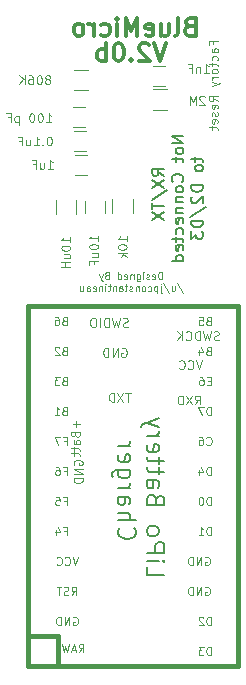
<source format=gbr>
G04 #@! TF.FileFunction,Legend,Bot*
%FSLAX46Y46*%
G04 Gerber Fmt 4.6, Leading zero omitted, Abs format (unit mm)*
G04 Created by KiCad (PCBNEW 4.0.7) date 07/20/18 22:40:28*
%MOMM*%
%LPD*%
G01*
G04 APERTURE LIST*
%ADD10C,0.100000*%
%ADD11C,0.150000*%
%ADD12C,0.300000*%
%ADD13C,0.381000*%
%ADD14C,0.120000*%
G04 APERTURE END LIST*
D10*
D11*
X110376429Y-144985571D02*
X110376429Y-145699857D01*
X111876429Y-145699857D01*
X110376429Y-144485571D02*
X111376429Y-144485571D01*
X111876429Y-144485571D02*
X111805000Y-144557000D01*
X111733571Y-144485571D01*
X111805000Y-144414143D01*
X111876429Y-144485571D01*
X111733571Y-144485571D01*
X110376429Y-143771285D02*
X111876429Y-143771285D01*
X111876429Y-143199857D01*
X111805000Y-143056999D01*
X111733571Y-142985571D01*
X111590714Y-142914142D01*
X111376429Y-142914142D01*
X111233571Y-142985571D01*
X111162143Y-143056999D01*
X111090714Y-143199857D01*
X111090714Y-143771285D01*
X110376429Y-142056999D02*
X110447857Y-142199857D01*
X110519286Y-142271285D01*
X110662143Y-142342714D01*
X111090714Y-142342714D01*
X111233571Y-142271285D01*
X111305000Y-142199857D01*
X111376429Y-142056999D01*
X111376429Y-141842714D01*
X111305000Y-141699857D01*
X111233571Y-141628428D01*
X111090714Y-141556999D01*
X110662143Y-141556999D01*
X110519286Y-141628428D01*
X110447857Y-141699857D01*
X110376429Y-141842714D01*
X110376429Y-142056999D01*
X111162143Y-139271285D02*
X111090714Y-139056999D01*
X111019286Y-138985571D01*
X110876429Y-138914142D01*
X110662143Y-138914142D01*
X110519286Y-138985571D01*
X110447857Y-139056999D01*
X110376429Y-139199857D01*
X110376429Y-139771285D01*
X111876429Y-139771285D01*
X111876429Y-139271285D01*
X111805000Y-139128428D01*
X111733571Y-139056999D01*
X111590714Y-138985571D01*
X111447857Y-138985571D01*
X111305000Y-139056999D01*
X111233571Y-139128428D01*
X111162143Y-139271285D01*
X111162143Y-139771285D01*
X110376429Y-137628428D02*
X111162143Y-137628428D01*
X111305000Y-137699857D01*
X111376429Y-137842714D01*
X111376429Y-138128428D01*
X111305000Y-138271285D01*
X110447857Y-137628428D02*
X110376429Y-137771285D01*
X110376429Y-138128428D01*
X110447857Y-138271285D01*
X110590714Y-138342714D01*
X110733571Y-138342714D01*
X110876429Y-138271285D01*
X110947857Y-138128428D01*
X110947857Y-137771285D01*
X111019286Y-137628428D01*
X111376429Y-137128428D02*
X111376429Y-136556999D01*
X111876429Y-136914142D02*
X110590714Y-136914142D01*
X110447857Y-136842714D01*
X110376429Y-136699856D01*
X110376429Y-136556999D01*
X111376429Y-136271285D02*
X111376429Y-135699856D01*
X111876429Y-136056999D02*
X110590714Y-136056999D01*
X110447857Y-135985571D01*
X110376429Y-135842713D01*
X110376429Y-135699856D01*
X110447857Y-134628428D02*
X110376429Y-134771285D01*
X110376429Y-135056999D01*
X110447857Y-135199856D01*
X110590714Y-135271285D01*
X111162143Y-135271285D01*
X111305000Y-135199856D01*
X111376429Y-135056999D01*
X111376429Y-134771285D01*
X111305000Y-134628428D01*
X111162143Y-134556999D01*
X111019286Y-134556999D01*
X110876429Y-135271285D01*
X110376429Y-133914142D02*
X111376429Y-133914142D01*
X111090714Y-133914142D02*
X111233571Y-133842714D01*
X111305000Y-133771285D01*
X111376429Y-133628428D01*
X111376429Y-133485571D01*
X111376429Y-133128428D02*
X110376429Y-132771285D01*
X111376429Y-132414143D02*
X110376429Y-132771285D01*
X110019286Y-132914143D01*
X109947857Y-132985571D01*
X109876429Y-133128428D01*
X108119286Y-141699856D02*
X108047857Y-141771285D01*
X107976429Y-141985571D01*
X107976429Y-142128428D01*
X108047857Y-142342713D01*
X108190714Y-142485571D01*
X108333571Y-142556999D01*
X108619286Y-142628428D01*
X108833571Y-142628428D01*
X109119286Y-142556999D01*
X109262143Y-142485571D01*
X109405000Y-142342713D01*
X109476429Y-142128428D01*
X109476429Y-141985571D01*
X109405000Y-141771285D01*
X109333571Y-141699856D01*
X107976429Y-141056999D02*
X109476429Y-141056999D01*
X107976429Y-140414142D02*
X108762143Y-140414142D01*
X108905000Y-140485571D01*
X108976429Y-140628428D01*
X108976429Y-140842713D01*
X108905000Y-140985571D01*
X108833571Y-141056999D01*
X107976429Y-139056999D02*
X108762143Y-139056999D01*
X108905000Y-139128428D01*
X108976429Y-139271285D01*
X108976429Y-139556999D01*
X108905000Y-139699856D01*
X108047857Y-139056999D02*
X107976429Y-139199856D01*
X107976429Y-139556999D01*
X108047857Y-139699856D01*
X108190714Y-139771285D01*
X108333571Y-139771285D01*
X108476429Y-139699856D01*
X108547857Y-139556999D01*
X108547857Y-139199856D01*
X108619286Y-139056999D01*
X107976429Y-138342713D02*
X108976429Y-138342713D01*
X108690714Y-138342713D02*
X108833571Y-138271285D01*
X108905000Y-138199856D01*
X108976429Y-138056999D01*
X108976429Y-137914142D01*
X108976429Y-136771285D02*
X107762143Y-136771285D01*
X107619286Y-136842714D01*
X107547857Y-136914142D01*
X107476429Y-137056999D01*
X107476429Y-137271285D01*
X107547857Y-137414142D01*
X108047857Y-136771285D02*
X107976429Y-136914142D01*
X107976429Y-137199856D01*
X108047857Y-137342714D01*
X108119286Y-137414142D01*
X108262143Y-137485571D01*
X108690714Y-137485571D01*
X108833571Y-137414142D01*
X108905000Y-137342714D01*
X108976429Y-137199856D01*
X108976429Y-136914142D01*
X108905000Y-136771285D01*
X108047857Y-135485571D02*
X107976429Y-135628428D01*
X107976429Y-135914142D01*
X108047857Y-136056999D01*
X108190714Y-136128428D01*
X108762143Y-136128428D01*
X108905000Y-136056999D01*
X108976429Y-135914142D01*
X108976429Y-135628428D01*
X108905000Y-135485571D01*
X108762143Y-135414142D01*
X108619286Y-135414142D01*
X108476429Y-136128428D01*
X107976429Y-134771285D02*
X108976429Y-134771285D01*
X108690714Y-134771285D02*
X108833571Y-134699857D01*
X108905000Y-134628428D01*
X108976429Y-134485571D01*
X108976429Y-134342714D01*
D10*
X111688571Y-120621429D02*
X111688571Y-120021429D01*
X111545714Y-120021429D01*
X111459999Y-120050000D01*
X111402857Y-120107143D01*
X111374285Y-120164286D01*
X111345714Y-120278571D01*
X111345714Y-120364286D01*
X111374285Y-120478571D01*
X111402857Y-120535714D01*
X111459999Y-120592857D01*
X111545714Y-120621429D01*
X111688571Y-120621429D01*
X110859999Y-120592857D02*
X110917142Y-120621429D01*
X111031428Y-120621429D01*
X111088571Y-120592857D01*
X111117142Y-120535714D01*
X111117142Y-120307143D01*
X111088571Y-120250000D01*
X111031428Y-120221429D01*
X110917142Y-120221429D01*
X110859999Y-120250000D01*
X110831428Y-120307143D01*
X110831428Y-120364286D01*
X111117142Y-120421429D01*
X110602856Y-120592857D02*
X110545713Y-120621429D01*
X110431428Y-120621429D01*
X110374285Y-120592857D01*
X110345713Y-120535714D01*
X110345713Y-120507143D01*
X110374285Y-120450000D01*
X110431428Y-120421429D01*
X110517142Y-120421429D01*
X110574285Y-120392857D01*
X110602856Y-120335714D01*
X110602856Y-120307143D01*
X110574285Y-120250000D01*
X110517142Y-120221429D01*
X110431428Y-120221429D01*
X110374285Y-120250000D01*
X110088571Y-120621429D02*
X110088571Y-120221429D01*
X110088571Y-120021429D02*
X110117142Y-120050000D01*
X110088571Y-120078571D01*
X110059999Y-120050000D01*
X110088571Y-120021429D01*
X110088571Y-120078571D01*
X109545714Y-120221429D02*
X109545714Y-120707143D01*
X109574285Y-120764286D01*
X109602857Y-120792857D01*
X109660000Y-120821429D01*
X109745714Y-120821429D01*
X109802857Y-120792857D01*
X109545714Y-120592857D02*
X109602857Y-120621429D01*
X109717143Y-120621429D01*
X109774285Y-120592857D01*
X109802857Y-120564286D01*
X109831428Y-120507143D01*
X109831428Y-120335714D01*
X109802857Y-120278571D01*
X109774285Y-120250000D01*
X109717143Y-120221429D01*
X109602857Y-120221429D01*
X109545714Y-120250000D01*
X109260000Y-120221429D02*
X109260000Y-120621429D01*
X109260000Y-120278571D02*
X109231428Y-120250000D01*
X109174286Y-120221429D01*
X109088571Y-120221429D01*
X109031428Y-120250000D01*
X109002857Y-120307143D01*
X109002857Y-120621429D01*
X108488571Y-120592857D02*
X108545714Y-120621429D01*
X108660000Y-120621429D01*
X108717143Y-120592857D01*
X108745714Y-120535714D01*
X108745714Y-120307143D01*
X108717143Y-120250000D01*
X108660000Y-120221429D01*
X108545714Y-120221429D01*
X108488571Y-120250000D01*
X108460000Y-120307143D01*
X108460000Y-120364286D01*
X108745714Y-120421429D01*
X107945714Y-120621429D02*
X107945714Y-120021429D01*
X107945714Y-120592857D02*
X108002857Y-120621429D01*
X108117143Y-120621429D01*
X108174285Y-120592857D01*
X108202857Y-120564286D01*
X108231428Y-120507143D01*
X108231428Y-120335714D01*
X108202857Y-120278571D01*
X108174285Y-120250000D01*
X108117143Y-120221429D01*
X108002857Y-120221429D01*
X107945714Y-120250000D01*
X107002857Y-120307143D02*
X106917143Y-120335714D01*
X106888571Y-120364286D01*
X106860000Y-120421429D01*
X106860000Y-120507143D01*
X106888571Y-120564286D01*
X106917143Y-120592857D01*
X106974285Y-120621429D01*
X107202857Y-120621429D01*
X107202857Y-120021429D01*
X107002857Y-120021429D01*
X106945714Y-120050000D01*
X106917143Y-120078571D01*
X106888571Y-120135714D01*
X106888571Y-120192857D01*
X106917143Y-120250000D01*
X106945714Y-120278571D01*
X107002857Y-120307143D01*
X107202857Y-120307143D01*
X106660000Y-120221429D02*
X106517143Y-120621429D01*
X106374285Y-120221429D02*
X106517143Y-120621429D01*
X106574285Y-120764286D01*
X106602857Y-120792857D01*
X106660000Y-120821429D01*
X112945712Y-120992857D02*
X113459998Y-121764286D01*
X112488570Y-121221429D02*
X112488570Y-121621429D01*
X112745713Y-121221429D02*
X112745713Y-121535714D01*
X112717141Y-121592857D01*
X112659999Y-121621429D01*
X112574284Y-121621429D01*
X112517141Y-121592857D01*
X112488570Y-121564286D01*
X111774284Y-120992857D02*
X112288570Y-121764286D01*
X111574285Y-121221429D02*
X111574285Y-121735714D01*
X111602856Y-121792857D01*
X111659999Y-121821429D01*
X111688571Y-121821429D01*
X111574285Y-121021429D02*
X111602856Y-121050000D01*
X111574285Y-121078571D01*
X111545713Y-121050000D01*
X111574285Y-121021429D01*
X111574285Y-121078571D01*
X111288571Y-121221429D02*
X111288571Y-121821429D01*
X111288571Y-121250000D02*
X111231428Y-121221429D01*
X111117142Y-121221429D01*
X111059999Y-121250000D01*
X111031428Y-121278571D01*
X111002857Y-121335714D01*
X111002857Y-121507143D01*
X111031428Y-121564286D01*
X111059999Y-121592857D01*
X111117142Y-121621429D01*
X111231428Y-121621429D01*
X111288571Y-121592857D01*
X110488571Y-121592857D02*
X110545714Y-121621429D01*
X110660000Y-121621429D01*
X110717142Y-121592857D01*
X110745714Y-121564286D01*
X110774285Y-121507143D01*
X110774285Y-121335714D01*
X110745714Y-121278571D01*
X110717142Y-121250000D01*
X110660000Y-121221429D01*
X110545714Y-121221429D01*
X110488571Y-121250000D01*
X110145714Y-121621429D02*
X110202856Y-121592857D01*
X110231428Y-121564286D01*
X110259999Y-121507143D01*
X110259999Y-121335714D01*
X110231428Y-121278571D01*
X110202856Y-121250000D01*
X110145714Y-121221429D01*
X110059999Y-121221429D01*
X110002856Y-121250000D01*
X109974285Y-121278571D01*
X109945714Y-121335714D01*
X109945714Y-121507143D01*
X109974285Y-121564286D01*
X110002856Y-121592857D01*
X110059999Y-121621429D01*
X110145714Y-121621429D01*
X109688571Y-121221429D02*
X109688571Y-121621429D01*
X109688571Y-121278571D02*
X109659999Y-121250000D01*
X109602857Y-121221429D01*
X109517142Y-121221429D01*
X109459999Y-121250000D01*
X109431428Y-121307143D01*
X109431428Y-121621429D01*
X109174285Y-121592857D02*
X109117142Y-121621429D01*
X109002857Y-121621429D01*
X108945714Y-121592857D01*
X108917142Y-121535714D01*
X108917142Y-121507143D01*
X108945714Y-121450000D01*
X109002857Y-121421429D01*
X109088571Y-121421429D01*
X109145714Y-121392857D01*
X109174285Y-121335714D01*
X109174285Y-121307143D01*
X109145714Y-121250000D01*
X109088571Y-121221429D01*
X109002857Y-121221429D01*
X108945714Y-121250000D01*
X108745714Y-121221429D02*
X108517143Y-121221429D01*
X108660000Y-121021429D02*
X108660000Y-121535714D01*
X108631428Y-121592857D01*
X108574286Y-121621429D01*
X108517143Y-121621429D01*
X108060000Y-121621429D02*
X108060000Y-121307143D01*
X108088571Y-121250000D01*
X108145714Y-121221429D01*
X108260000Y-121221429D01*
X108317143Y-121250000D01*
X108060000Y-121592857D02*
X108117143Y-121621429D01*
X108260000Y-121621429D01*
X108317143Y-121592857D01*
X108345714Y-121535714D01*
X108345714Y-121478571D01*
X108317143Y-121421429D01*
X108260000Y-121392857D01*
X108117143Y-121392857D01*
X108060000Y-121364286D01*
X107774286Y-121221429D02*
X107774286Y-121621429D01*
X107774286Y-121278571D02*
X107745714Y-121250000D01*
X107688572Y-121221429D01*
X107602857Y-121221429D01*
X107545714Y-121250000D01*
X107517143Y-121307143D01*
X107517143Y-121621429D01*
X107317143Y-121221429D02*
X107088572Y-121221429D01*
X107231429Y-121021429D02*
X107231429Y-121535714D01*
X107202857Y-121592857D01*
X107145715Y-121621429D01*
X107088572Y-121621429D01*
X106888572Y-121621429D02*
X106888572Y-121221429D01*
X106888572Y-121021429D02*
X106917143Y-121050000D01*
X106888572Y-121078571D01*
X106860000Y-121050000D01*
X106888572Y-121021429D01*
X106888572Y-121078571D01*
X106602858Y-121221429D02*
X106602858Y-121621429D01*
X106602858Y-121278571D02*
X106574286Y-121250000D01*
X106517144Y-121221429D01*
X106431429Y-121221429D01*
X106374286Y-121250000D01*
X106345715Y-121307143D01*
X106345715Y-121621429D01*
X105831429Y-121592857D02*
X105888572Y-121621429D01*
X106002858Y-121621429D01*
X106060001Y-121592857D01*
X106088572Y-121535714D01*
X106088572Y-121307143D01*
X106060001Y-121250000D01*
X106002858Y-121221429D01*
X105888572Y-121221429D01*
X105831429Y-121250000D01*
X105802858Y-121307143D01*
X105802858Y-121364286D01*
X106088572Y-121421429D01*
X105288572Y-121621429D02*
X105288572Y-121307143D01*
X105317143Y-121250000D01*
X105374286Y-121221429D01*
X105488572Y-121221429D01*
X105545715Y-121250000D01*
X105288572Y-121592857D02*
X105345715Y-121621429D01*
X105488572Y-121621429D01*
X105545715Y-121592857D01*
X105574286Y-121535714D01*
X105574286Y-121478571D01*
X105545715Y-121421429D01*
X105488572Y-121392857D01*
X105345715Y-121392857D01*
X105288572Y-121364286D01*
X104745715Y-121221429D02*
X104745715Y-121621429D01*
X105002858Y-121221429D02*
X105002858Y-121535714D01*
X104974286Y-121592857D01*
X104917144Y-121621429D01*
X104831429Y-121621429D01*
X104774286Y-121592857D01*
X104745715Y-121564286D01*
X108777286Y-124636571D02*
X108670143Y-124672286D01*
X108491572Y-124672286D01*
X108420143Y-124636571D01*
X108384429Y-124600857D01*
X108348714Y-124529429D01*
X108348714Y-124458000D01*
X108384429Y-124386571D01*
X108420143Y-124350857D01*
X108491572Y-124315143D01*
X108634429Y-124279429D01*
X108705857Y-124243714D01*
X108741572Y-124208000D01*
X108777286Y-124136571D01*
X108777286Y-124065143D01*
X108741572Y-123993714D01*
X108705857Y-123958000D01*
X108634429Y-123922286D01*
X108455857Y-123922286D01*
X108348714Y-123958000D01*
X108098714Y-123922286D02*
X107920143Y-124672286D01*
X107777286Y-124136571D01*
X107634428Y-124672286D01*
X107455857Y-123922286D01*
X107170143Y-124672286D02*
X107170143Y-123922286D01*
X106991571Y-123922286D01*
X106884428Y-123958000D01*
X106813000Y-124029429D01*
X106777285Y-124100857D01*
X106741571Y-124243714D01*
X106741571Y-124350857D01*
X106777285Y-124493714D01*
X106813000Y-124565143D01*
X106884428Y-124636571D01*
X106991571Y-124672286D01*
X107170143Y-124672286D01*
X106420143Y-124672286D02*
X106420143Y-123922286D01*
X105920142Y-123922286D02*
X105777285Y-123922286D01*
X105705857Y-123958000D01*
X105634428Y-124029429D01*
X105598714Y-124172286D01*
X105598714Y-124422286D01*
X105634428Y-124565143D01*
X105705857Y-124636571D01*
X105777285Y-124672286D01*
X105920142Y-124672286D01*
X105991571Y-124636571D01*
X106063000Y-124565143D01*
X106098714Y-124422286D01*
X106098714Y-124172286D01*
X106063000Y-124029429D01*
X105991571Y-123958000D01*
X105920142Y-123922286D01*
X108267428Y-126498000D02*
X108338857Y-126462286D01*
X108446000Y-126462286D01*
X108553143Y-126498000D01*
X108624571Y-126569429D01*
X108660286Y-126640857D01*
X108696000Y-126783714D01*
X108696000Y-126890857D01*
X108660286Y-127033714D01*
X108624571Y-127105143D01*
X108553143Y-127176571D01*
X108446000Y-127212286D01*
X108374571Y-127212286D01*
X108267428Y-127176571D01*
X108231714Y-127140857D01*
X108231714Y-126890857D01*
X108374571Y-126890857D01*
X107910286Y-127212286D02*
X107910286Y-126462286D01*
X107481714Y-127212286D01*
X107481714Y-126462286D01*
X107124572Y-127212286D02*
X107124572Y-126462286D01*
X106946000Y-126462286D01*
X106838857Y-126498000D01*
X106767429Y-126569429D01*
X106731714Y-126640857D01*
X106696000Y-126783714D01*
X106696000Y-126890857D01*
X106731714Y-127033714D01*
X106767429Y-127105143D01*
X106838857Y-127176571D01*
X106946000Y-127212286D01*
X107124572Y-127212286D01*
X109006428Y-130249286D02*
X108577857Y-130249286D01*
X108792143Y-130999286D02*
X108792143Y-130249286D01*
X108399285Y-130249286D02*
X107899285Y-130999286D01*
X107899285Y-130249286D02*
X108399285Y-130999286D01*
X107613571Y-130999286D02*
X107613571Y-130249286D01*
X107434999Y-130249286D01*
X107327856Y-130285000D01*
X107256428Y-130356429D01*
X107220713Y-130427857D01*
X107184999Y-130570714D01*
X107184999Y-130677857D01*
X107220713Y-130820714D01*
X107256428Y-130892143D01*
X107327856Y-130963571D01*
X107434999Y-130999286D01*
X107613571Y-130999286D01*
X114460000Y-131229286D02*
X114710000Y-130872143D01*
X114888572Y-131229286D02*
X114888572Y-130479286D01*
X114602857Y-130479286D01*
X114531429Y-130515000D01*
X114495714Y-130550714D01*
X114460000Y-130622143D01*
X114460000Y-130729286D01*
X114495714Y-130800714D01*
X114531429Y-130836429D01*
X114602857Y-130872143D01*
X114888572Y-130872143D01*
X114210000Y-130479286D02*
X113710000Y-131229286D01*
X113710000Y-130479286D02*
X114210000Y-131229286D01*
X113424286Y-131229286D02*
X113424286Y-130479286D01*
X113245714Y-130479286D01*
X113138571Y-130515000D01*
X113067143Y-130586429D01*
X113031428Y-130657857D01*
X112995714Y-130800714D01*
X112995714Y-130907857D01*
X113031428Y-131050714D01*
X113067143Y-131122143D01*
X113138571Y-131193571D01*
X113245714Y-131229286D01*
X113424286Y-131229286D01*
X115049999Y-127479286D02*
X114799999Y-128229286D01*
X114549999Y-127479286D01*
X113871428Y-128157857D02*
X113907142Y-128193571D01*
X114014285Y-128229286D01*
X114085714Y-128229286D01*
X114192857Y-128193571D01*
X114264285Y-128122143D01*
X114300000Y-128050714D01*
X114335714Y-127907857D01*
X114335714Y-127800714D01*
X114300000Y-127657857D01*
X114264285Y-127586429D01*
X114192857Y-127515000D01*
X114085714Y-127479286D01*
X114014285Y-127479286D01*
X113907142Y-127515000D01*
X113871428Y-127550714D01*
X113121428Y-128157857D02*
X113157142Y-128193571D01*
X113264285Y-128229286D01*
X113335714Y-128229286D01*
X113442857Y-128193571D01*
X113514285Y-128122143D01*
X113550000Y-128050714D01*
X113585714Y-127907857D01*
X113585714Y-127800714D01*
X113550000Y-127657857D01*
X113514285Y-127586429D01*
X113442857Y-127515000D01*
X113335714Y-127479286D01*
X113264285Y-127479286D01*
X113157142Y-127515000D01*
X113121428Y-127550714D01*
X116487857Y-125743571D02*
X116380714Y-125779286D01*
X116202143Y-125779286D01*
X116130714Y-125743571D01*
X116095000Y-125707857D01*
X116059285Y-125636429D01*
X116059285Y-125565000D01*
X116095000Y-125493571D01*
X116130714Y-125457857D01*
X116202143Y-125422143D01*
X116345000Y-125386429D01*
X116416428Y-125350714D01*
X116452143Y-125315000D01*
X116487857Y-125243571D01*
X116487857Y-125172143D01*
X116452143Y-125100714D01*
X116416428Y-125065000D01*
X116345000Y-125029286D01*
X116166428Y-125029286D01*
X116059285Y-125065000D01*
X115809285Y-125029286D02*
X115630714Y-125779286D01*
X115487857Y-125243571D01*
X115344999Y-125779286D01*
X115166428Y-125029286D01*
X114880714Y-125779286D02*
X114880714Y-125029286D01*
X114702142Y-125029286D01*
X114594999Y-125065000D01*
X114523571Y-125136429D01*
X114487856Y-125207857D01*
X114452142Y-125350714D01*
X114452142Y-125457857D01*
X114487856Y-125600714D01*
X114523571Y-125672143D01*
X114594999Y-125743571D01*
X114702142Y-125779286D01*
X114880714Y-125779286D01*
X113702142Y-125707857D02*
X113737856Y-125743571D01*
X113844999Y-125779286D01*
X113916428Y-125779286D01*
X114023571Y-125743571D01*
X114094999Y-125672143D01*
X114130714Y-125600714D01*
X114166428Y-125457857D01*
X114166428Y-125350714D01*
X114130714Y-125207857D01*
X114094999Y-125136429D01*
X114023571Y-125065000D01*
X113916428Y-125029286D01*
X113844999Y-125029286D01*
X113737856Y-125065000D01*
X113702142Y-125100714D01*
X113380714Y-125779286D02*
X113380714Y-125029286D01*
X112952142Y-125779286D02*
X113273571Y-125350714D01*
X112952142Y-125029286D02*
X113380714Y-125457857D01*
X104423571Y-132601429D02*
X104423571Y-133172858D01*
X104709286Y-132887144D02*
X104137857Y-132887144D01*
X104316429Y-133780000D02*
X104352143Y-133887143D01*
X104387857Y-133922858D01*
X104459286Y-133958572D01*
X104566429Y-133958572D01*
X104637857Y-133922858D01*
X104673571Y-133887143D01*
X104709286Y-133815715D01*
X104709286Y-133530000D01*
X103959286Y-133530000D01*
X103959286Y-133780000D01*
X103995000Y-133851429D01*
X104030714Y-133887143D01*
X104102143Y-133922858D01*
X104173571Y-133922858D01*
X104245000Y-133887143D01*
X104280714Y-133851429D01*
X104316429Y-133780000D01*
X104316429Y-133530000D01*
X104709286Y-134601429D02*
X104316429Y-134601429D01*
X104245000Y-134565715D01*
X104209286Y-134494286D01*
X104209286Y-134351429D01*
X104245000Y-134280000D01*
X104673571Y-134601429D02*
X104709286Y-134530000D01*
X104709286Y-134351429D01*
X104673571Y-134280000D01*
X104602143Y-134244286D01*
X104530714Y-134244286D01*
X104459286Y-134280000D01*
X104423571Y-134351429D01*
X104423571Y-134530000D01*
X104387857Y-134601429D01*
X104209286Y-134851429D02*
X104209286Y-135137143D01*
X103959286Y-134958571D02*
X104602143Y-134958571D01*
X104673571Y-134994286D01*
X104709286Y-135065714D01*
X104709286Y-135137143D01*
X104209286Y-135280000D02*
X104209286Y-135565714D01*
X103959286Y-135387142D02*
X104602143Y-135387142D01*
X104673571Y-135422857D01*
X104709286Y-135494285D01*
X104709286Y-135565714D01*
X104235000Y-136338572D02*
X104199286Y-136267143D01*
X104199286Y-136160000D01*
X104235000Y-136052857D01*
X104306429Y-135981429D01*
X104377857Y-135945714D01*
X104520714Y-135910000D01*
X104627857Y-135910000D01*
X104770714Y-135945714D01*
X104842143Y-135981429D01*
X104913571Y-136052857D01*
X104949286Y-136160000D01*
X104949286Y-136231429D01*
X104913571Y-136338572D01*
X104877857Y-136374286D01*
X104627857Y-136374286D01*
X104627857Y-136231429D01*
X104949286Y-136695714D02*
X104199286Y-136695714D01*
X104949286Y-137124286D01*
X104199286Y-137124286D01*
X104949286Y-137481428D02*
X104199286Y-137481428D01*
X104199286Y-137660000D01*
X104235000Y-137767143D01*
X104306429Y-137838571D01*
X104377857Y-137874286D01*
X104520714Y-137910000D01*
X104627857Y-137910000D01*
X104770714Y-137874286D01*
X104842143Y-137838571D01*
X104913571Y-137767143D01*
X104949286Y-137660000D01*
X104949286Y-137481428D01*
D11*
X111832381Y-111868509D02*
X111356190Y-111535175D01*
X111832381Y-111297080D02*
X110832381Y-111297080D01*
X110832381Y-111678033D01*
X110880000Y-111773271D01*
X110927619Y-111820890D01*
X111022857Y-111868509D01*
X111165714Y-111868509D01*
X111260952Y-111820890D01*
X111308571Y-111773271D01*
X111356190Y-111678033D01*
X111356190Y-111297080D01*
X110832381Y-112201842D02*
X111832381Y-112868509D01*
X110832381Y-112868509D02*
X111832381Y-112201842D01*
X110784762Y-113963747D02*
X112070476Y-113106604D01*
X110832381Y-114154223D02*
X110832381Y-114725652D01*
X111832381Y-114439937D02*
X110832381Y-114439937D01*
X110832381Y-114963747D02*
X111832381Y-115630414D01*
X110832381Y-115630414D02*
X111832381Y-114963747D01*
X113482381Y-108511365D02*
X112482381Y-108511365D01*
X113482381Y-109082794D01*
X112482381Y-109082794D01*
X113482381Y-109701841D02*
X113434762Y-109606603D01*
X113387143Y-109558984D01*
X113291905Y-109511365D01*
X113006190Y-109511365D01*
X112910952Y-109558984D01*
X112863333Y-109606603D01*
X112815714Y-109701841D01*
X112815714Y-109844699D01*
X112863333Y-109939937D01*
X112910952Y-109987556D01*
X113006190Y-110035175D01*
X113291905Y-110035175D01*
X113387143Y-109987556D01*
X113434762Y-109939937D01*
X113482381Y-109844699D01*
X113482381Y-109701841D01*
X112815714Y-110320889D02*
X112815714Y-110701841D01*
X112482381Y-110463746D02*
X113339524Y-110463746D01*
X113434762Y-110511365D01*
X113482381Y-110606603D01*
X113482381Y-110701841D01*
X113387143Y-112368509D02*
X113434762Y-112320890D01*
X113482381Y-112178033D01*
X113482381Y-112082795D01*
X113434762Y-111939937D01*
X113339524Y-111844699D01*
X113244286Y-111797080D01*
X113053810Y-111749461D01*
X112910952Y-111749461D01*
X112720476Y-111797080D01*
X112625238Y-111844699D01*
X112530000Y-111939937D01*
X112482381Y-112082795D01*
X112482381Y-112178033D01*
X112530000Y-112320890D01*
X112577619Y-112368509D01*
X113482381Y-112939937D02*
X113434762Y-112844699D01*
X113387143Y-112797080D01*
X113291905Y-112749461D01*
X113006190Y-112749461D01*
X112910952Y-112797080D01*
X112863333Y-112844699D01*
X112815714Y-112939937D01*
X112815714Y-113082795D01*
X112863333Y-113178033D01*
X112910952Y-113225652D01*
X113006190Y-113273271D01*
X113291905Y-113273271D01*
X113387143Y-113225652D01*
X113434762Y-113178033D01*
X113482381Y-113082795D01*
X113482381Y-112939937D01*
X112815714Y-113701842D02*
X113482381Y-113701842D01*
X112910952Y-113701842D02*
X112863333Y-113749461D01*
X112815714Y-113844699D01*
X112815714Y-113987557D01*
X112863333Y-114082795D01*
X112958571Y-114130414D01*
X113482381Y-114130414D01*
X112815714Y-114606604D02*
X113482381Y-114606604D01*
X112910952Y-114606604D02*
X112863333Y-114654223D01*
X112815714Y-114749461D01*
X112815714Y-114892319D01*
X112863333Y-114987557D01*
X112958571Y-115035176D01*
X113482381Y-115035176D01*
X113434762Y-115892319D02*
X113482381Y-115797081D01*
X113482381Y-115606604D01*
X113434762Y-115511366D01*
X113339524Y-115463747D01*
X112958571Y-115463747D01*
X112863333Y-115511366D01*
X112815714Y-115606604D01*
X112815714Y-115797081D01*
X112863333Y-115892319D01*
X112958571Y-115939938D01*
X113053810Y-115939938D01*
X113149048Y-115463747D01*
X113434762Y-116797081D02*
X113482381Y-116701843D01*
X113482381Y-116511366D01*
X113434762Y-116416128D01*
X113387143Y-116368509D01*
X113291905Y-116320890D01*
X113006190Y-116320890D01*
X112910952Y-116368509D01*
X112863333Y-116416128D01*
X112815714Y-116511366D01*
X112815714Y-116701843D01*
X112863333Y-116797081D01*
X112815714Y-117082795D02*
X112815714Y-117463747D01*
X112482381Y-117225652D02*
X113339524Y-117225652D01*
X113434762Y-117273271D01*
X113482381Y-117368509D01*
X113482381Y-117463747D01*
X113434762Y-118178034D02*
X113482381Y-118082796D01*
X113482381Y-117892319D01*
X113434762Y-117797081D01*
X113339524Y-117749462D01*
X112958571Y-117749462D01*
X112863333Y-117797081D01*
X112815714Y-117892319D01*
X112815714Y-118082796D01*
X112863333Y-118178034D01*
X112958571Y-118225653D01*
X113053810Y-118225653D01*
X113149048Y-117749462D01*
X113482381Y-119082796D02*
X112482381Y-119082796D01*
X113434762Y-119082796D02*
X113482381Y-118987558D01*
X113482381Y-118797081D01*
X113434762Y-118701843D01*
X113387143Y-118654224D01*
X113291905Y-118606605D01*
X113006190Y-118606605D01*
X112910952Y-118654224D01*
X112863333Y-118701843D01*
X112815714Y-118797081D01*
X112815714Y-118987558D01*
X112863333Y-119082796D01*
X114465714Y-110297080D02*
X114465714Y-110678032D01*
X114132381Y-110439937D02*
X114989524Y-110439937D01*
X115084762Y-110487556D01*
X115132381Y-110582794D01*
X115132381Y-110678032D01*
X115132381Y-111154223D02*
X115084762Y-111058985D01*
X115037143Y-111011366D01*
X114941905Y-110963747D01*
X114656190Y-110963747D01*
X114560952Y-111011366D01*
X114513333Y-111058985D01*
X114465714Y-111154223D01*
X114465714Y-111297081D01*
X114513333Y-111392319D01*
X114560952Y-111439938D01*
X114656190Y-111487557D01*
X114941905Y-111487557D01*
X115037143Y-111439938D01*
X115084762Y-111392319D01*
X115132381Y-111297081D01*
X115132381Y-111154223D01*
X115132381Y-112678033D02*
X114132381Y-112678033D01*
X114132381Y-112916128D01*
X114180000Y-113058986D01*
X114275238Y-113154224D01*
X114370476Y-113201843D01*
X114560952Y-113249462D01*
X114703810Y-113249462D01*
X114894286Y-113201843D01*
X114989524Y-113154224D01*
X115084762Y-113058986D01*
X115132381Y-112916128D01*
X115132381Y-112678033D01*
X114227619Y-113630414D02*
X114180000Y-113678033D01*
X114132381Y-113773271D01*
X114132381Y-114011367D01*
X114180000Y-114106605D01*
X114227619Y-114154224D01*
X114322857Y-114201843D01*
X114418095Y-114201843D01*
X114560952Y-114154224D01*
X115132381Y-113582795D01*
X115132381Y-114201843D01*
X114084762Y-115344700D02*
X115370476Y-114487557D01*
X115132381Y-115678033D02*
X114132381Y-115678033D01*
X114132381Y-115916128D01*
X114180000Y-116058986D01*
X114275238Y-116154224D01*
X114370476Y-116201843D01*
X114560952Y-116249462D01*
X114703810Y-116249462D01*
X114894286Y-116201843D01*
X114989524Y-116154224D01*
X115084762Y-116058986D01*
X115132381Y-115916128D01*
X115132381Y-115678033D01*
X114132381Y-116582795D02*
X114132381Y-117201843D01*
X114513333Y-116868509D01*
X114513333Y-117011367D01*
X114560952Y-117106605D01*
X114608571Y-117154224D01*
X114703810Y-117201843D01*
X114941905Y-117201843D01*
X115037143Y-117154224D01*
X115084762Y-117106605D01*
X115132381Y-117011367D01*
X115132381Y-116725652D01*
X115084762Y-116630414D01*
X115037143Y-116582795D01*
D12*
X111996325Y-100664271D02*
X111496325Y-102164271D01*
X110996325Y-100664271D01*
X110567754Y-100807129D02*
X110496325Y-100735700D01*
X110353468Y-100664271D01*
X109996325Y-100664271D01*
X109853468Y-100735700D01*
X109782039Y-100807129D01*
X109710611Y-100949986D01*
X109710611Y-101092843D01*
X109782039Y-101307129D01*
X110639182Y-102164271D01*
X109710611Y-102164271D01*
X109067754Y-102021414D02*
X108996326Y-102092843D01*
X109067754Y-102164271D01*
X109139183Y-102092843D01*
X109067754Y-102021414D01*
X109067754Y-102164271D01*
X108067754Y-100664271D02*
X107924897Y-100664271D01*
X107782040Y-100735700D01*
X107710611Y-100807129D01*
X107639182Y-100949986D01*
X107567754Y-101235700D01*
X107567754Y-101592843D01*
X107639182Y-101878557D01*
X107710611Y-102021414D01*
X107782040Y-102092843D01*
X107924897Y-102164271D01*
X108067754Y-102164271D01*
X108210611Y-102092843D01*
X108282040Y-102021414D01*
X108353468Y-101878557D01*
X108424897Y-101592843D01*
X108424897Y-101235700D01*
X108353468Y-100949986D01*
X108282040Y-100807129D01*
X108210611Y-100735700D01*
X108067754Y-100664271D01*
X106924897Y-102164271D02*
X106924897Y-100664271D01*
X106924897Y-101235700D02*
X106782040Y-101164271D01*
X106496326Y-101164271D01*
X106353469Y-101235700D01*
X106282040Y-101307129D01*
X106210611Y-101449986D01*
X106210611Y-101878557D01*
X106282040Y-102021414D01*
X106353469Y-102092843D01*
X106496326Y-102164271D01*
X106782040Y-102164271D01*
X106924897Y-102092843D01*
X114017642Y-99217017D02*
X113803356Y-99288446D01*
X113731928Y-99359874D01*
X113660499Y-99502731D01*
X113660499Y-99717017D01*
X113731928Y-99859874D01*
X113803356Y-99931303D01*
X113946214Y-100002731D01*
X114517642Y-100002731D01*
X114517642Y-98502731D01*
X114017642Y-98502731D01*
X113874785Y-98574160D01*
X113803356Y-98645589D01*
X113731928Y-98788446D01*
X113731928Y-98931303D01*
X113803356Y-99074160D01*
X113874785Y-99145589D01*
X114017642Y-99217017D01*
X114517642Y-99217017D01*
X112803356Y-100002731D02*
X112946214Y-99931303D01*
X113017642Y-99788446D01*
X113017642Y-98502731D01*
X111589071Y-99002731D02*
X111589071Y-100002731D01*
X112231928Y-99002731D02*
X112231928Y-99788446D01*
X112160500Y-99931303D01*
X112017642Y-100002731D01*
X111803357Y-100002731D01*
X111660500Y-99931303D01*
X111589071Y-99859874D01*
X110303357Y-99931303D02*
X110446214Y-100002731D01*
X110731928Y-100002731D01*
X110874785Y-99931303D01*
X110946214Y-99788446D01*
X110946214Y-99217017D01*
X110874785Y-99074160D01*
X110731928Y-99002731D01*
X110446214Y-99002731D01*
X110303357Y-99074160D01*
X110231928Y-99217017D01*
X110231928Y-99359874D01*
X110946214Y-99502731D01*
X109589071Y-100002731D02*
X109589071Y-98502731D01*
X109089071Y-99574160D01*
X108589071Y-98502731D01*
X108589071Y-100002731D01*
X107874785Y-100002731D02*
X107874785Y-99002731D01*
X107874785Y-98502731D02*
X107946214Y-98574160D01*
X107874785Y-98645589D01*
X107803357Y-98574160D01*
X107874785Y-98502731D01*
X107874785Y-98645589D01*
X106517642Y-99931303D02*
X106660499Y-100002731D01*
X106946213Y-100002731D01*
X107089071Y-99931303D01*
X107160499Y-99859874D01*
X107231928Y-99717017D01*
X107231928Y-99288446D01*
X107160499Y-99145589D01*
X107089071Y-99074160D01*
X106946213Y-99002731D01*
X106660499Y-99002731D01*
X106517642Y-99074160D01*
X105874785Y-100002731D02*
X105874785Y-99002731D01*
X105874785Y-99288446D02*
X105803357Y-99145589D01*
X105731928Y-99074160D01*
X105589071Y-99002731D01*
X105446214Y-99002731D01*
X104731928Y-100002731D02*
X104874786Y-99931303D01*
X104946214Y-99859874D01*
X105017643Y-99717017D01*
X105017643Y-99288446D01*
X104946214Y-99145589D01*
X104874786Y-99074160D01*
X104731928Y-99002731D01*
X104517643Y-99002731D01*
X104374786Y-99074160D01*
X104303357Y-99145589D01*
X104231928Y-99288446D01*
X104231928Y-99717017D01*
X104303357Y-99859874D01*
X104374786Y-99931303D01*
X104517643Y-100002731D01*
X104731928Y-100002731D01*
D13*
X118110000Y-153416000D02*
X100330000Y-153416000D01*
X100330000Y-153416000D02*
X100330000Y-122936000D01*
X100330000Y-122936000D02*
X118110000Y-122936000D01*
X118110000Y-122936000D02*
X118110000Y-153416000D01*
X102870000Y-153416000D02*
X102870000Y-150876000D01*
X102870000Y-150876000D02*
X100330000Y-150876000D01*
D14*
X105244200Y-109780440D02*
X104244200Y-109780440D01*
X104244200Y-108080440D02*
X105244200Y-108080440D01*
X105297540Y-111814980D02*
X104297540Y-111814980D01*
X104297540Y-110114980D02*
X105297540Y-110114980D01*
X106826420Y-113990180D02*
X106826420Y-114990180D01*
X105126420Y-114990180D02*
X105126420Y-113990180D01*
X104418020Y-115090500D02*
X104418020Y-113890500D01*
X102658020Y-113890500D02*
X102658020Y-115090500D01*
X109205921Y-115030821D02*
X109205921Y-113830821D01*
X107445921Y-113830821D02*
X107445921Y-115030821D01*
X105178160Y-107720500D02*
X104178160Y-107720500D01*
X104178160Y-106020500D02*
X105178160Y-106020500D01*
X111949800Y-104238160D02*
X110949800Y-104238160D01*
X110949800Y-102538160D02*
X111949800Y-102538160D01*
X105380080Y-102876460D02*
X104180080Y-102876460D01*
X104180080Y-104636460D02*
X105380080Y-104636460D01*
X112094580Y-104537620D02*
X110894580Y-104537620D01*
X110894580Y-106297620D02*
X112094580Y-106297620D01*
D10*
X115599333Y-124156000D02*
X115499333Y-124189333D01*
X115466000Y-124222667D01*
X115432666Y-124289333D01*
X115432666Y-124389333D01*
X115466000Y-124456000D01*
X115499333Y-124489333D01*
X115566000Y-124522667D01*
X115832666Y-124522667D01*
X115832666Y-123822667D01*
X115599333Y-123822667D01*
X115532666Y-123856000D01*
X115499333Y-123889333D01*
X115466000Y-123956000D01*
X115466000Y-124022667D01*
X115499333Y-124089333D01*
X115532666Y-124122667D01*
X115599333Y-124156000D01*
X115832666Y-124156000D01*
X114799333Y-123822667D02*
X115132666Y-123822667D01*
X115166000Y-124156000D01*
X115132666Y-124122667D01*
X115066000Y-124089333D01*
X114899333Y-124089333D01*
X114832666Y-124122667D01*
X114799333Y-124156000D01*
X114766000Y-124222667D01*
X114766000Y-124389333D01*
X114799333Y-124456000D01*
X114832666Y-124489333D01*
X114899333Y-124522667D01*
X115066000Y-124522667D01*
X115132666Y-124489333D01*
X115166000Y-124456000D01*
X115599333Y-126696000D02*
X115499333Y-126729333D01*
X115466000Y-126762667D01*
X115432666Y-126829333D01*
X115432666Y-126929333D01*
X115466000Y-126996000D01*
X115499333Y-127029333D01*
X115566000Y-127062667D01*
X115832666Y-127062667D01*
X115832666Y-126362667D01*
X115599333Y-126362667D01*
X115532666Y-126396000D01*
X115499333Y-126429333D01*
X115466000Y-126496000D01*
X115466000Y-126562667D01*
X115499333Y-126629333D01*
X115532666Y-126662667D01*
X115599333Y-126696000D01*
X115832666Y-126696000D01*
X114832666Y-126596000D02*
X114832666Y-127062667D01*
X114999333Y-126329333D02*
X115166000Y-126829333D01*
X114732666Y-126829333D01*
X115799333Y-129236000D02*
X115566000Y-129236000D01*
X115466000Y-129602667D02*
X115799333Y-129602667D01*
X115799333Y-128902667D01*
X115466000Y-128902667D01*
X114866000Y-128902667D02*
X114999334Y-128902667D01*
X115066000Y-128936000D01*
X115099334Y-128969333D01*
X115166000Y-129069333D01*
X115199334Y-129202667D01*
X115199334Y-129469333D01*
X115166000Y-129536000D01*
X115132667Y-129569333D01*
X115066000Y-129602667D01*
X114932667Y-129602667D01*
X114866000Y-129569333D01*
X114832667Y-129536000D01*
X114799334Y-129469333D01*
X114799334Y-129302667D01*
X114832667Y-129236000D01*
X114866000Y-129202667D01*
X114932667Y-129169333D01*
X115066000Y-129169333D01*
X115132667Y-129202667D01*
X115166000Y-129236000D01*
X115199334Y-129302667D01*
X115832666Y-132142667D02*
X115832666Y-131442667D01*
X115666000Y-131442667D01*
X115566000Y-131476000D01*
X115499333Y-131542667D01*
X115466000Y-131609333D01*
X115432666Y-131742667D01*
X115432666Y-131842667D01*
X115466000Y-131976000D01*
X115499333Y-132042667D01*
X115566000Y-132109333D01*
X115666000Y-132142667D01*
X115832666Y-132142667D01*
X115199333Y-131442667D02*
X114732666Y-131442667D01*
X115032666Y-132142667D01*
X115432666Y-134616000D02*
X115466000Y-134649333D01*
X115566000Y-134682667D01*
X115632666Y-134682667D01*
X115732666Y-134649333D01*
X115799333Y-134582667D01*
X115832666Y-134516000D01*
X115866000Y-134382667D01*
X115866000Y-134282667D01*
X115832666Y-134149333D01*
X115799333Y-134082667D01*
X115732666Y-134016000D01*
X115632666Y-133982667D01*
X115566000Y-133982667D01*
X115466000Y-134016000D01*
X115432666Y-134049333D01*
X114832666Y-133982667D02*
X114966000Y-133982667D01*
X115032666Y-134016000D01*
X115066000Y-134049333D01*
X115132666Y-134149333D01*
X115166000Y-134282667D01*
X115166000Y-134549333D01*
X115132666Y-134616000D01*
X115099333Y-134649333D01*
X115032666Y-134682667D01*
X114899333Y-134682667D01*
X114832666Y-134649333D01*
X114799333Y-134616000D01*
X114766000Y-134549333D01*
X114766000Y-134382667D01*
X114799333Y-134316000D01*
X114832666Y-134282667D01*
X114899333Y-134249333D01*
X115032666Y-134249333D01*
X115099333Y-134282667D01*
X115132666Y-134316000D01*
X115166000Y-134382667D01*
X115832666Y-137222667D02*
X115832666Y-136522667D01*
X115666000Y-136522667D01*
X115566000Y-136556000D01*
X115499333Y-136622667D01*
X115466000Y-136689333D01*
X115432666Y-136822667D01*
X115432666Y-136922667D01*
X115466000Y-137056000D01*
X115499333Y-137122667D01*
X115566000Y-137189333D01*
X115666000Y-137222667D01*
X115832666Y-137222667D01*
X114832666Y-136756000D02*
X114832666Y-137222667D01*
X114999333Y-136489333D02*
X115166000Y-136989333D01*
X114732666Y-136989333D01*
X115832666Y-139762667D02*
X115832666Y-139062667D01*
X115666000Y-139062667D01*
X115566000Y-139096000D01*
X115499333Y-139162667D01*
X115466000Y-139229333D01*
X115432666Y-139362667D01*
X115432666Y-139462667D01*
X115466000Y-139596000D01*
X115499333Y-139662667D01*
X115566000Y-139729333D01*
X115666000Y-139762667D01*
X115832666Y-139762667D01*
X114999333Y-139062667D02*
X114932666Y-139062667D01*
X114866000Y-139096000D01*
X114832666Y-139129333D01*
X114799333Y-139196000D01*
X114766000Y-139329333D01*
X114766000Y-139496000D01*
X114799333Y-139629333D01*
X114832666Y-139696000D01*
X114866000Y-139729333D01*
X114932666Y-139762667D01*
X114999333Y-139762667D01*
X115066000Y-139729333D01*
X115099333Y-139696000D01*
X115132666Y-139629333D01*
X115166000Y-139496000D01*
X115166000Y-139329333D01*
X115132666Y-139196000D01*
X115099333Y-139129333D01*
X115066000Y-139096000D01*
X114999333Y-139062667D01*
X115832666Y-142302667D02*
X115832666Y-141602667D01*
X115666000Y-141602667D01*
X115566000Y-141636000D01*
X115499333Y-141702667D01*
X115466000Y-141769333D01*
X115432666Y-141902667D01*
X115432666Y-142002667D01*
X115466000Y-142136000D01*
X115499333Y-142202667D01*
X115566000Y-142269333D01*
X115666000Y-142302667D01*
X115832666Y-142302667D01*
X114766000Y-142302667D02*
X115166000Y-142302667D01*
X114966000Y-142302667D02*
X114966000Y-141602667D01*
X115032666Y-141702667D01*
X115099333Y-141769333D01*
X115166000Y-141802667D01*
X115341333Y-144176000D02*
X115407999Y-144142667D01*
X115507999Y-144142667D01*
X115607999Y-144176000D01*
X115674666Y-144242667D01*
X115707999Y-144309333D01*
X115741333Y-144442667D01*
X115741333Y-144542667D01*
X115707999Y-144676000D01*
X115674666Y-144742667D01*
X115607999Y-144809333D01*
X115507999Y-144842667D01*
X115441333Y-144842667D01*
X115341333Y-144809333D01*
X115307999Y-144776000D01*
X115307999Y-144542667D01*
X115441333Y-144542667D01*
X115007999Y-144842667D02*
X115007999Y-144142667D01*
X114607999Y-144842667D01*
X114607999Y-144142667D01*
X114274666Y-144842667D02*
X114274666Y-144142667D01*
X114108000Y-144142667D01*
X114008000Y-144176000D01*
X113941333Y-144242667D01*
X113908000Y-144309333D01*
X113874666Y-144442667D01*
X113874666Y-144542667D01*
X113908000Y-144676000D01*
X113941333Y-144742667D01*
X114008000Y-144809333D01*
X114108000Y-144842667D01*
X114274666Y-144842667D01*
X115341333Y-146716000D02*
X115407999Y-146682667D01*
X115507999Y-146682667D01*
X115607999Y-146716000D01*
X115674666Y-146782667D01*
X115707999Y-146849333D01*
X115741333Y-146982667D01*
X115741333Y-147082667D01*
X115707999Y-147216000D01*
X115674666Y-147282667D01*
X115607999Y-147349333D01*
X115507999Y-147382667D01*
X115441333Y-147382667D01*
X115341333Y-147349333D01*
X115307999Y-147316000D01*
X115307999Y-147082667D01*
X115441333Y-147082667D01*
X115007999Y-147382667D02*
X115007999Y-146682667D01*
X114607999Y-147382667D01*
X114607999Y-146682667D01*
X114274666Y-147382667D02*
X114274666Y-146682667D01*
X114108000Y-146682667D01*
X114008000Y-146716000D01*
X113941333Y-146782667D01*
X113908000Y-146849333D01*
X113874666Y-146982667D01*
X113874666Y-147082667D01*
X113908000Y-147216000D01*
X113941333Y-147282667D01*
X114008000Y-147349333D01*
X114108000Y-147382667D01*
X114274666Y-147382667D01*
X115832666Y-149922667D02*
X115832666Y-149222667D01*
X115666000Y-149222667D01*
X115566000Y-149256000D01*
X115499333Y-149322667D01*
X115466000Y-149389333D01*
X115432666Y-149522667D01*
X115432666Y-149622667D01*
X115466000Y-149756000D01*
X115499333Y-149822667D01*
X115566000Y-149889333D01*
X115666000Y-149922667D01*
X115832666Y-149922667D01*
X115166000Y-149289333D02*
X115132666Y-149256000D01*
X115066000Y-149222667D01*
X114899333Y-149222667D01*
X114832666Y-149256000D01*
X114799333Y-149289333D01*
X114766000Y-149356000D01*
X114766000Y-149422667D01*
X114799333Y-149522667D01*
X115199333Y-149922667D01*
X114766000Y-149922667D01*
X115832666Y-152462667D02*
X115832666Y-151762667D01*
X115666000Y-151762667D01*
X115566000Y-151796000D01*
X115499333Y-151862667D01*
X115466000Y-151929333D01*
X115432666Y-152062667D01*
X115432666Y-152162667D01*
X115466000Y-152296000D01*
X115499333Y-152362667D01*
X115566000Y-152429333D01*
X115666000Y-152462667D01*
X115832666Y-152462667D01*
X115199333Y-151762667D02*
X114766000Y-151762667D01*
X114999333Y-152029333D01*
X114899333Y-152029333D01*
X114832666Y-152062667D01*
X114799333Y-152096000D01*
X114766000Y-152162667D01*
X114766000Y-152329333D01*
X114799333Y-152396000D01*
X114832666Y-152429333D01*
X114899333Y-152462667D01*
X115099333Y-152462667D01*
X115166000Y-152429333D01*
X115199333Y-152396000D01*
X103407333Y-124156000D02*
X103307333Y-124189333D01*
X103274000Y-124222667D01*
X103240666Y-124289333D01*
X103240666Y-124389333D01*
X103274000Y-124456000D01*
X103307333Y-124489333D01*
X103374000Y-124522667D01*
X103640666Y-124522667D01*
X103640666Y-123822667D01*
X103407333Y-123822667D01*
X103340666Y-123856000D01*
X103307333Y-123889333D01*
X103274000Y-123956000D01*
X103274000Y-124022667D01*
X103307333Y-124089333D01*
X103340666Y-124122667D01*
X103407333Y-124156000D01*
X103640666Y-124156000D01*
X102640666Y-123822667D02*
X102774000Y-123822667D01*
X102840666Y-123856000D01*
X102874000Y-123889333D01*
X102940666Y-123989333D01*
X102974000Y-124122667D01*
X102974000Y-124389333D01*
X102940666Y-124456000D01*
X102907333Y-124489333D01*
X102840666Y-124522667D01*
X102707333Y-124522667D01*
X102640666Y-124489333D01*
X102607333Y-124456000D01*
X102574000Y-124389333D01*
X102574000Y-124222667D01*
X102607333Y-124156000D01*
X102640666Y-124122667D01*
X102707333Y-124089333D01*
X102840666Y-124089333D01*
X102907333Y-124122667D01*
X102940666Y-124156000D01*
X102974000Y-124222667D01*
X103407333Y-126696000D02*
X103307333Y-126729333D01*
X103274000Y-126762667D01*
X103240666Y-126829333D01*
X103240666Y-126929333D01*
X103274000Y-126996000D01*
X103307333Y-127029333D01*
X103374000Y-127062667D01*
X103640666Y-127062667D01*
X103640666Y-126362667D01*
X103407333Y-126362667D01*
X103340666Y-126396000D01*
X103307333Y-126429333D01*
X103274000Y-126496000D01*
X103274000Y-126562667D01*
X103307333Y-126629333D01*
X103340666Y-126662667D01*
X103407333Y-126696000D01*
X103640666Y-126696000D01*
X102974000Y-126429333D02*
X102940666Y-126396000D01*
X102874000Y-126362667D01*
X102707333Y-126362667D01*
X102640666Y-126396000D01*
X102607333Y-126429333D01*
X102574000Y-126496000D01*
X102574000Y-126562667D01*
X102607333Y-126662667D01*
X103007333Y-127062667D01*
X102574000Y-127062667D01*
X103407333Y-129236000D02*
X103307333Y-129269333D01*
X103274000Y-129302667D01*
X103240666Y-129369333D01*
X103240666Y-129469333D01*
X103274000Y-129536000D01*
X103307333Y-129569333D01*
X103374000Y-129602667D01*
X103640666Y-129602667D01*
X103640666Y-128902667D01*
X103407333Y-128902667D01*
X103340666Y-128936000D01*
X103307333Y-128969333D01*
X103274000Y-129036000D01*
X103274000Y-129102667D01*
X103307333Y-129169333D01*
X103340666Y-129202667D01*
X103407333Y-129236000D01*
X103640666Y-129236000D01*
X103007333Y-128902667D02*
X102574000Y-128902667D01*
X102807333Y-129169333D01*
X102707333Y-129169333D01*
X102640666Y-129202667D01*
X102607333Y-129236000D01*
X102574000Y-129302667D01*
X102574000Y-129469333D01*
X102607333Y-129536000D01*
X102640666Y-129569333D01*
X102707333Y-129602667D01*
X102907333Y-129602667D01*
X102974000Y-129569333D01*
X103007333Y-129536000D01*
X103407333Y-131776000D02*
X103307333Y-131809333D01*
X103274000Y-131842667D01*
X103240666Y-131909333D01*
X103240666Y-132009333D01*
X103274000Y-132076000D01*
X103307333Y-132109333D01*
X103374000Y-132142667D01*
X103640666Y-132142667D01*
X103640666Y-131442667D01*
X103407333Y-131442667D01*
X103340666Y-131476000D01*
X103307333Y-131509333D01*
X103274000Y-131576000D01*
X103274000Y-131642667D01*
X103307333Y-131709333D01*
X103340666Y-131742667D01*
X103407333Y-131776000D01*
X103640666Y-131776000D01*
X102574000Y-132142667D02*
X102974000Y-132142667D01*
X102774000Y-132142667D02*
X102774000Y-131442667D01*
X102840666Y-131542667D01*
X102907333Y-131609333D01*
X102974000Y-131642667D01*
X103357333Y-136856000D02*
X103590666Y-136856000D01*
X103590666Y-137222667D02*
X103590666Y-136522667D01*
X103257333Y-136522667D01*
X102690666Y-136522667D02*
X102824000Y-136522667D01*
X102890666Y-136556000D01*
X102924000Y-136589333D01*
X102990666Y-136689333D01*
X103024000Y-136822667D01*
X103024000Y-137089333D01*
X102990666Y-137156000D01*
X102957333Y-137189333D01*
X102890666Y-137222667D01*
X102757333Y-137222667D01*
X102690666Y-137189333D01*
X102657333Y-137156000D01*
X102624000Y-137089333D01*
X102624000Y-136922667D01*
X102657333Y-136856000D01*
X102690666Y-136822667D01*
X102757333Y-136789333D01*
X102890666Y-136789333D01*
X102957333Y-136822667D01*
X102990666Y-136856000D01*
X103024000Y-136922667D01*
X103357333Y-134316000D02*
X103590666Y-134316000D01*
X103590666Y-134682667D02*
X103590666Y-133982667D01*
X103257333Y-133982667D01*
X103057333Y-133982667D02*
X102590666Y-133982667D01*
X102890666Y-134682667D01*
X103357333Y-139396000D02*
X103590666Y-139396000D01*
X103590666Y-139762667D02*
X103590666Y-139062667D01*
X103257333Y-139062667D01*
X102657333Y-139062667D02*
X102990666Y-139062667D01*
X103024000Y-139396000D01*
X102990666Y-139362667D01*
X102924000Y-139329333D01*
X102757333Y-139329333D01*
X102690666Y-139362667D01*
X102657333Y-139396000D01*
X102624000Y-139462667D01*
X102624000Y-139629333D01*
X102657333Y-139696000D01*
X102690666Y-139729333D01*
X102757333Y-139762667D01*
X102924000Y-139762667D01*
X102990666Y-139729333D01*
X103024000Y-139696000D01*
X103357333Y-141936000D02*
X103590666Y-141936000D01*
X103590666Y-142302667D02*
X103590666Y-141602667D01*
X103257333Y-141602667D01*
X102690666Y-141836000D02*
X102690666Y-142302667D01*
X102857333Y-141569333D02*
X103024000Y-142069333D01*
X102590666Y-142069333D01*
X104565333Y-144142667D02*
X104332000Y-144842667D01*
X104098667Y-144142667D01*
X103465333Y-144776000D02*
X103498667Y-144809333D01*
X103598667Y-144842667D01*
X103665333Y-144842667D01*
X103765333Y-144809333D01*
X103832000Y-144742667D01*
X103865333Y-144676000D01*
X103898667Y-144542667D01*
X103898667Y-144442667D01*
X103865333Y-144309333D01*
X103832000Y-144242667D01*
X103765333Y-144176000D01*
X103665333Y-144142667D01*
X103598667Y-144142667D01*
X103498667Y-144176000D01*
X103465333Y-144209333D01*
X102765333Y-144776000D02*
X102798667Y-144809333D01*
X102898667Y-144842667D01*
X102965333Y-144842667D01*
X103065333Y-144809333D01*
X103132000Y-144742667D01*
X103165333Y-144676000D01*
X103198667Y-144542667D01*
X103198667Y-144442667D01*
X103165333Y-144309333D01*
X103132000Y-144242667D01*
X103065333Y-144176000D01*
X102965333Y-144142667D01*
X102898667Y-144142667D01*
X102798667Y-144176000D01*
X102765333Y-144209333D01*
X104015333Y-147382667D02*
X104248667Y-147049333D01*
X104415333Y-147382667D02*
X104415333Y-146682667D01*
X104148667Y-146682667D01*
X104082000Y-146716000D01*
X104048667Y-146749333D01*
X104015333Y-146816000D01*
X104015333Y-146916000D01*
X104048667Y-146982667D01*
X104082000Y-147016000D01*
X104148667Y-147049333D01*
X104415333Y-147049333D01*
X103748667Y-147349333D02*
X103648667Y-147382667D01*
X103482000Y-147382667D01*
X103415333Y-147349333D01*
X103382000Y-147316000D01*
X103348667Y-147249333D01*
X103348667Y-147182667D01*
X103382000Y-147116000D01*
X103415333Y-147082667D01*
X103482000Y-147049333D01*
X103615333Y-147016000D01*
X103682000Y-146982667D01*
X103715333Y-146949333D01*
X103748667Y-146882667D01*
X103748667Y-146816000D01*
X103715333Y-146749333D01*
X103682000Y-146716000D01*
X103615333Y-146682667D01*
X103448667Y-146682667D01*
X103348667Y-146716000D01*
X103148666Y-146682667D02*
X102748666Y-146682667D01*
X102948666Y-147382667D02*
X102948666Y-146682667D01*
X104165333Y-149256000D02*
X104231999Y-149222667D01*
X104331999Y-149222667D01*
X104431999Y-149256000D01*
X104498666Y-149322667D01*
X104531999Y-149389333D01*
X104565333Y-149522667D01*
X104565333Y-149622667D01*
X104531999Y-149756000D01*
X104498666Y-149822667D01*
X104431999Y-149889333D01*
X104331999Y-149922667D01*
X104265333Y-149922667D01*
X104165333Y-149889333D01*
X104131999Y-149856000D01*
X104131999Y-149622667D01*
X104265333Y-149622667D01*
X103831999Y-149922667D02*
X103831999Y-149222667D01*
X103431999Y-149922667D01*
X103431999Y-149222667D01*
X103098666Y-149922667D02*
X103098666Y-149222667D01*
X102932000Y-149222667D01*
X102832000Y-149256000D01*
X102765333Y-149322667D01*
X102732000Y-149389333D01*
X102698666Y-149522667D01*
X102698666Y-149622667D01*
X102732000Y-149756000D01*
X102765333Y-149822667D01*
X102832000Y-149889333D01*
X102932000Y-149922667D01*
X103098666Y-149922667D01*
X104623333Y-152208667D02*
X104856667Y-151875333D01*
X105023333Y-152208667D02*
X105023333Y-151508667D01*
X104756667Y-151508667D01*
X104690000Y-151542000D01*
X104656667Y-151575333D01*
X104623333Y-151642000D01*
X104623333Y-151742000D01*
X104656667Y-151808667D01*
X104690000Y-151842000D01*
X104756667Y-151875333D01*
X105023333Y-151875333D01*
X104356667Y-152008667D02*
X104023333Y-152008667D01*
X104423333Y-152208667D02*
X104190000Y-151508667D01*
X103956667Y-152208667D01*
X103790000Y-151508667D02*
X103623333Y-152208667D01*
X103490000Y-151708667D01*
X103356667Y-152208667D01*
X103190000Y-151508667D01*
X102159042Y-108560366D02*
X102087614Y-108560366D01*
X102016185Y-108596080D01*
X101980471Y-108631794D01*
X101944757Y-108703223D01*
X101909042Y-108846080D01*
X101909042Y-109024651D01*
X101944757Y-109167509D01*
X101980471Y-109238937D01*
X102016185Y-109274651D01*
X102087614Y-109310366D01*
X102159042Y-109310366D01*
X102230471Y-109274651D01*
X102266185Y-109238937D01*
X102301900Y-109167509D01*
X102337614Y-109024651D01*
X102337614Y-108846080D01*
X102301900Y-108703223D01*
X102266185Y-108631794D01*
X102230471Y-108596080D01*
X102159042Y-108560366D01*
X101587614Y-109238937D02*
X101551899Y-109274651D01*
X101587614Y-109310366D01*
X101623328Y-109274651D01*
X101587614Y-109238937D01*
X101587614Y-109310366D01*
X100837613Y-109310366D02*
X101266185Y-109310366D01*
X101051899Y-109310366D02*
X101051899Y-108560366D01*
X101123328Y-108667509D01*
X101194756Y-108738937D01*
X101266185Y-108774651D01*
X100194756Y-108810366D02*
X100194756Y-109310366D01*
X100516185Y-108810366D02*
X100516185Y-109203223D01*
X100480470Y-109274651D01*
X100409042Y-109310366D01*
X100301899Y-109310366D01*
X100230470Y-109274651D01*
X100194756Y-109238937D01*
X99587614Y-108917509D02*
X99837614Y-108917509D01*
X99837614Y-109310366D02*
X99837614Y-108560366D01*
X99480471Y-108560366D01*
X101998168Y-111268706D02*
X102426740Y-111268706D01*
X102212454Y-111268706D02*
X102212454Y-110518706D01*
X102283883Y-110625849D01*
X102355311Y-110697277D01*
X102426740Y-110732991D01*
X101355311Y-110768706D02*
X101355311Y-111268706D01*
X101676740Y-110768706D02*
X101676740Y-111161563D01*
X101641025Y-111232991D01*
X101569597Y-111268706D01*
X101462454Y-111268706D01*
X101391025Y-111232991D01*
X101355311Y-111197277D01*
X100748169Y-110875849D02*
X100998169Y-110875849D01*
X100998169Y-111268706D02*
X100998169Y-110518706D01*
X100641026Y-110518706D01*
X106267446Y-117377549D02*
X106267446Y-116948977D01*
X106267446Y-117163263D02*
X105517446Y-117163263D01*
X105624589Y-117091834D01*
X105696017Y-117020406D01*
X105731731Y-116948977D01*
X105517446Y-117841835D02*
X105517446Y-117913263D01*
X105553160Y-117984692D01*
X105588874Y-118020406D01*
X105660303Y-118056120D01*
X105803160Y-118091835D01*
X105981731Y-118091835D01*
X106124589Y-118056120D01*
X106196017Y-118020406D01*
X106231731Y-117984692D01*
X106267446Y-117913263D01*
X106267446Y-117841835D01*
X106231731Y-117770406D01*
X106196017Y-117734692D01*
X106124589Y-117698977D01*
X105981731Y-117663263D01*
X105803160Y-117663263D01*
X105660303Y-117698977D01*
X105588874Y-117734692D01*
X105553160Y-117770406D01*
X105517446Y-117841835D01*
X105767446Y-118734692D02*
X106267446Y-118734692D01*
X105767446Y-118413263D02*
X106160303Y-118413263D01*
X106231731Y-118448978D01*
X106267446Y-118520406D01*
X106267446Y-118627549D01*
X106231731Y-118698978D01*
X106196017Y-118734692D01*
X105874589Y-119341834D02*
X105874589Y-119091834D01*
X106267446Y-119091834D02*
X105517446Y-119091834D01*
X105517446Y-119448977D01*
X115986429Y-100713572D02*
X115986429Y-100463572D01*
X116379286Y-100463572D02*
X115629286Y-100463572D01*
X115629286Y-100820715D01*
X116379286Y-101427858D02*
X115986429Y-101427858D01*
X115915000Y-101392144D01*
X115879286Y-101320715D01*
X115879286Y-101177858D01*
X115915000Y-101106429D01*
X116343571Y-101427858D02*
X116379286Y-101356429D01*
X116379286Y-101177858D01*
X116343571Y-101106429D01*
X116272143Y-101070715D01*
X116200714Y-101070715D01*
X116129286Y-101106429D01*
X116093571Y-101177858D01*
X116093571Y-101356429D01*
X116057857Y-101427858D01*
X116343571Y-102106429D02*
X116379286Y-102035000D01*
X116379286Y-101892143D01*
X116343571Y-101820715D01*
X116307857Y-101785000D01*
X116236429Y-101749286D01*
X116022143Y-101749286D01*
X115950714Y-101785000D01*
X115915000Y-101820715D01*
X115879286Y-101892143D01*
X115879286Y-102035000D01*
X115915000Y-102106429D01*
X115879286Y-102320715D02*
X115879286Y-102606429D01*
X115629286Y-102427857D02*
X116272143Y-102427857D01*
X116343571Y-102463572D01*
X116379286Y-102535000D01*
X116379286Y-102606429D01*
X116379286Y-102963571D02*
X116343571Y-102892143D01*
X116307857Y-102856428D01*
X116236429Y-102820714D01*
X116022143Y-102820714D01*
X115950714Y-102856428D01*
X115915000Y-102892143D01*
X115879286Y-102963571D01*
X115879286Y-103070714D01*
X115915000Y-103142143D01*
X115950714Y-103177857D01*
X116022143Y-103213571D01*
X116236429Y-103213571D01*
X116307857Y-103177857D01*
X116343571Y-103142143D01*
X116379286Y-103070714D01*
X116379286Y-102963571D01*
X116379286Y-103534999D02*
X115879286Y-103534999D01*
X116022143Y-103534999D02*
X115950714Y-103570714D01*
X115915000Y-103606428D01*
X115879286Y-103677857D01*
X115879286Y-103749285D01*
X115879286Y-103927857D02*
X116379286Y-104106428D01*
X115879286Y-104285000D02*
X116379286Y-104106428D01*
X116557857Y-104035000D01*
X116593571Y-103999285D01*
X116629286Y-103927857D01*
X116379286Y-105570715D02*
X116022143Y-105320715D01*
X116379286Y-105142143D02*
X115629286Y-105142143D01*
X115629286Y-105427858D01*
X115665000Y-105499286D01*
X115700714Y-105535001D01*
X115772143Y-105570715D01*
X115879286Y-105570715D01*
X115950714Y-105535001D01*
X115986429Y-105499286D01*
X116022143Y-105427858D01*
X116022143Y-105142143D01*
X116343571Y-106177858D02*
X116379286Y-106106429D01*
X116379286Y-105963572D01*
X116343571Y-105892143D01*
X116272143Y-105856429D01*
X115986429Y-105856429D01*
X115915000Y-105892143D01*
X115879286Y-105963572D01*
X115879286Y-106106429D01*
X115915000Y-106177858D01*
X115986429Y-106213572D01*
X116057857Y-106213572D01*
X116129286Y-105856429D01*
X116343571Y-106499286D02*
X116379286Y-106570715D01*
X116379286Y-106713572D01*
X116343571Y-106785000D01*
X116272143Y-106820715D01*
X116236429Y-106820715D01*
X116165000Y-106785000D01*
X116129286Y-106713572D01*
X116129286Y-106606429D01*
X116093571Y-106535000D01*
X116022143Y-106499286D01*
X115986429Y-106499286D01*
X115915000Y-106535000D01*
X115879286Y-106606429D01*
X115879286Y-106713572D01*
X115915000Y-106785000D01*
X116343571Y-107427858D02*
X116379286Y-107356429D01*
X116379286Y-107213572D01*
X116343571Y-107142143D01*
X116272143Y-107106429D01*
X115986429Y-107106429D01*
X115915000Y-107142143D01*
X115879286Y-107213572D01*
X115879286Y-107356429D01*
X115915000Y-107427858D01*
X115986429Y-107463572D01*
X116057857Y-107463572D01*
X116129286Y-107106429D01*
X115879286Y-107677858D02*
X115879286Y-107963572D01*
X115629286Y-107785000D02*
X116272143Y-107785000D01*
X116343571Y-107820715D01*
X116379286Y-107892143D01*
X116379286Y-107963572D01*
X103892546Y-117494081D02*
X103892546Y-117065509D01*
X103892546Y-117279795D02*
X103142546Y-117279795D01*
X103249689Y-117208366D01*
X103321117Y-117136938D01*
X103356831Y-117065509D01*
X103142546Y-117958367D02*
X103142546Y-118029795D01*
X103178260Y-118101224D01*
X103213974Y-118136938D01*
X103285403Y-118172652D01*
X103428260Y-118208367D01*
X103606831Y-118208367D01*
X103749689Y-118172652D01*
X103821117Y-118136938D01*
X103856831Y-118101224D01*
X103892546Y-118029795D01*
X103892546Y-117958367D01*
X103856831Y-117886938D01*
X103821117Y-117851224D01*
X103749689Y-117815509D01*
X103606831Y-117779795D01*
X103428260Y-117779795D01*
X103285403Y-117815509D01*
X103213974Y-117851224D01*
X103178260Y-117886938D01*
X103142546Y-117958367D01*
X103392546Y-118851224D02*
X103892546Y-118851224D01*
X103392546Y-118529795D02*
X103785403Y-118529795D01*
X103856831Y-118565510D01*
X103892546Y-118636938D01*
X103892546Y-118744081D01*
X103856831Y-118815510D01*
X103821117Y-118851224D01*
X103892546Y-119208366D02*
X103142546Y-119208366D01*
X103499689Y-119208366D02*
X103499689Y-119636938D01*
X103892546Y-119636938D02*
X103142546Y-119636938D01*
X108685526Y-117401952D02*
X108685526Y-116973380D01*
X108685526Y-117187666D02*
X107935526Y-117187666D01*
X108042669Y-117116237D01*
X108114097Y-117044809D01*
X108149811Y-116973380D01*
X107935526Y-117866238D02*
X107935526Y-117937666D01*
X107971240Y-118009095D01*
X108006954Y-118044809D01*
X108078383Y-118080523D01*
X108221240Y-118116238D01*
X108399811Y-118116238D01*
X108542669Y-118080523D01*
X108614097Y-118044809D01*
X108649811Y-118009095D01*
X108685526Y-117937666D01*
X108685526Y-117866238D01*
X108649811Y-117794809D01*
X108614097Y-117759095D01*
X108542669Y-117723380D01*
X108399811Y-117687666D01*
X108221240Y-117687666D01*
X108078383Y-117723380D01*
X108006954Y-117759095D01*
X107971240Y-117794809D01*
X107935526Y-117866238D01*
X108685526Y-118437666D02*
X107935526Y-118437666D01*
X108399811Y-118509095D02*
X108685526Y-118723381D01*
X108185526Y-118723381D02*
X108471240Y-118437666D01*
X101860248Y-107331706D02*
X102288820Y-107331706D01*
X102074534Y-107331706D02*
X102074534Y-106581706D01*
X102145963Y-106688849D01*
X102217391Y-106760277D01*
X102288820Y-106795991D01*
X101395962Y-106581706D02*
X101324534Y-106581706D01*
X101253105Y-106617420D01*
X101217391Y-106653134D01*
X101181677Y-106724563D01*
X101145962Y-106867420D01*
X101145962Y-107045991D01*
X101181677Y-107188849D01*
X101217391Y-107260277D01*
X101253105Y-107295991D01*
X101324534Y-107331706D01*
X101395962Y-107331706D01*
X101467391Y-107295991D01*
X101503105Y-107260277D01*
X101538820Y-107188849D01*
X101574534Y-107045991D01*
X101574534Y-106867420D01*
X101538820Y-106724563D01*
X101503105Y-106653134D01*
X101467391Y-106617420D01*
X101395962Y-106581706D01*
X100681676Y-106581706D02*
X100610248Y-106581706D01*
X100538819Y-106617420D01*
X100503105Y-106653134D01*
X100467391Y-106724563D01*
X100431676Y-106867420D01*
X100431676Y-107045991D01*
X100467391Y-107188849D01*
X100503105Y-107260277D01*
X100538819Y-107295991D01*
X100610248Y-107331706D01*
X100681676Y-107331706D01*
X100753105Y-107295991D01*
X100788819Y-107260277D01*
X100824534Y-107188849D01*
X100860248Y-107045991D01*
X100860248Y-106867420D01*
X100824534Y-106724563D01*
X100788819Y-106653134D01*
X100753105Y-106617420D01*
X100681676Y-106581706D01*
X99538819Y-106831706D02*
X99538819Y-107581706D01*
X99538819Y-106867420D02*
X99467390Y-106831706D01*
X99324533Y-106831706D01*
X99253104Y-106867420D01*
X99217390Y-106903134D01*
X99181676Y-106974563D01*
X99181676Y-107188849D01*
X99217390Y-107260277D01*
X99253104Y-107295991D01*
X99324533Y-107331706D01*
X99467390Y-107331706D01*
X99538819Y-107295991D01*
X98610248Y-106938849D02*
X98860248Y-106938849D01*
X98860248Y-107331706D02*
X98860248Y-106581706D01*
X98503105Y-106581706D01*
X115223948Y-103153406D02*
X115652520Y-103153406D01*
X115438234Y-103153406D02*
X115438234Y-102403406D01*
X115509663Y-102510549D01*
X115581091Y-102581977D01*
X115652520Y-102617691D01*
X114902520Y-102653406D02*
X114902520Y-103153406D01*
X114902520Y-102724834D02*
X114866805Y-102689120D01*
X114795377Y-102653406D01*
X114688234Y-102653406D01*
X114616805Y-102689120D01*
X114581091Y-102760549D01*
X114581091Y-103153406D01*
X113973949Y-102760549D02*
X114223949Y-102760549D01*
X114223949Y-103153406D02*
X114223949Y-102403406D01*
X113866806Y-102403406D01*
X102068555Y-103700194D02*
X102139983Y-103664480D01*
X102175698Y-103628766D01*
X102211412Y-103557337D01*
X102211412Y-103521623D01*
X102175698Y-103450194D01*
X102139983Y-103414480D01*
X102068555Y-103378766D01*
X101925698Y-103378766D01*
X101854269Y-103414480D01*
X101818555Y-103450194D01*
X101782840Y-103521623D01*
X101782840Y-103557337D01*
X101818555Y-103628766D01*
X101854269Y-103664480D01*
X101925698Y-103700194D01*
X102068555Y-103700194D01*
X102139983Y-103735909D01*
X102175698Y-103771623D01*
X102211412Y-103843051D01*
X102211412Y-103985909D01*
X102175698Y-104057337D01*
X102139983Y-104093051D01*
X102068555Y-104128766D01*
X101925698Y-104128766D01*
X101854269Y-104093051D01*
X101818555Y-104057337D01*
X101782840Y-103985909D01*
X101782840Y-103843051D01*
X101818555Y-103771623D01*
X101854269Y-103735909D01*
X101925698Y-103700194D01*
X101318554Y-103378766D02*
X101247126Y-103378766D01*
X101175697Y-103414480D01*
X101139983Y-103450194D01*
X101104269Y-103521623D01*
X101068554Y-103664480D01*
X101068554Y-103843051D01*
X101104269Y-103985909D01*
X101139983Y-104057337D01*
X101175697Y-104093051D01*
X101247126Y-104128766D01*
X101318554Y-104128766D01*
X101389983Y-104093051D01*
X101425697Y-104057337D01*
X101461412Y-103985909D01*
X101497126Y-103843051D01*
X101497126Y-103664480D01*
X101461412Y-103521623D01*
X101425697Y-103450194D01*
X101389983Y-103414480D01*
X101318554Y-103378766D01*
X100425697Y-103378766D02*
X100568554Y-103378766D01*
X100639983Y-103414480D01*
X100675697Y-103450194D01*
X100747126Y-103557337D01*
X100782840Y-103700194D01*
X100782840Y-103985909D01*
X100747126Y-104057337D01*
X100711411Y-104093051D01*
X100639983Y-104128766D01*
X100497126Y-104128766D01*
X100425697Y-104093051D01*
X100389983Y-104057337D01*
X100354268Y-103985909D01*
X100354268Y-103807337D01*
X100389983Y-103735909D01*
X100425697Y-103700194D01*
X100497126Y-103664480D01*
X100639983Y-103664480D01*
X100711411Y-103700194D01*
X100747126Y-103735909D01*
X100782840Y-103807337D01*
X100032840Y-104128766D02*
X100032840Y-103378766D01*
X99604268Y-104128766D02*
X99925697Y-103700194D01*
X99604268Y-103378766D02*
X100032840Y-103807337D01*
X115275597Y-105172314D02*
X115239883Y-105136600D01*
X115168454Y-105100886D01*
X114989883Y-105100886D01*
X114918454Y-105136600D01*
X114882740Y-105172314D01*
X114847025Y-105243743D01*
X114847025Y-105315171D01*
X114882740Y-105422314D01*
X115311311Y-105850886D01*
X114847025Y-105850886D01*
X114525597Y-105850886D02*
X114525597Y-105100886D01*
X114275597Y-105636600D01*
X114025597Y-105100886D01*
X114025597Y-105850886D01*
M02*

</source>
